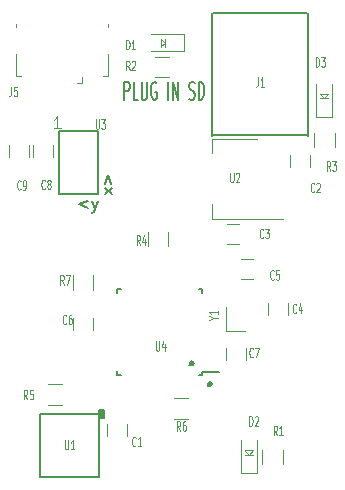
<source format=gbr>
G04 #@! TF.GenerationSoftware,KiCad,Pcbnew,5.0.0-fee4fd1~66~ubuntu16.04.1*
G04 #@! TF.CreationDate,2019-02-25T08:40:39-05:00*
G04 #@! TF.ProjectId,circuit,636972637569742E6B696361645F7063,rev?*
G04 #@! TF.SameCoordinates,Original*
G04 #@! TF.FileFunction,Legend,Top*
G04 #@! TF.FilePolarity,Positive*
%FSLAX46Y46*%
G04 Gerber Fmt 4.6, Leading zero omitted, Abs format (unit mm)*
G04 Created by KiCad (PCBNEW 5.0.0-fee4fd1~66~ubuntu16.04.1) date Mon Feb 25 08:40:39 2019*
%MOMM*%
%LPD*%
G01*
G04 APERTURE LIST*
%ADD10C,0.200000*%
%ADD11C,0.150000*%
%ADD12C,0.120000*%
%ADD13C,0.100000*%
%ADD14C,0.500000*%
%ADD15C,0.125000*%
G04 APERTURE END LIST*
D10*
X194630459Y-81059411D02*
X194630459Y-79559411D01*
X194935220Y-79559411D01*
X195011411Y-79630840D01*
X195049506Y-79702268D01*
X195087601Y-79845125D01*
X195087601Y-80059411D01*
X195049506Y-80202268D01*
X195011411Y-80273697D01*
X194935220Y-80345125D01*
X194630459Y-80345125D01*
X195811411Y-81059411D02*
X195430459Y-81059411D01*
X195430459Y-79559411D01*
X196078078Y-79559411D02*
X196078078Y-80773697D01*
X196116173Y-80916554D01*
X196154268Y-80987982D01*
X196230459Y-81059411D01*
X196382840Y-81059411D01*
X196459030Y-80987982D01*
X196497125Y-80916554D01*
X196535220Y-80773697D01*
X196535220Y-79559411D01*
X197335220Y-79630840D02*
X197259030Y-79559411D01*
X197144744Y-79559411D01*
X197030459Y-79630840D01*
X196954268Y-79773697D01*
X196916173Y-79916554D01*
X196878078Y-80202268D01*
X196878078Y-80416554D01*
X196916173Y-80702268D01*
X196954268Y-80845125D01*
X197030459Y-80987982D01*
X197144744Y-81059411D01*
X197220935Y-81059411D01*
X197335220Y-80987982D01*
X197373316Y-80916554D01*
X197373316Y-80416554D01*
X197220935Y-80416554D01*
X198325697Y-81059411D02*
X198325697Y-79559411D01*
X198706649Y-81059411D02*
X198706649Y-79559411D01*
X199163792Y-81059411D01*
X199163792Y-79559411D01*
X200116173Y-80987982D02*
X200230459Y-81059411D01*
X200420935Y-81059411D01*
X200497125Y-80987982D01*
X200535220Y-80916554D01*
X200573316Y-80773697D01*
X200573316Y-80630840D01*
X200535220Y-80487982D01*
X200497125Y-80416554D01*
X200420935Y-80345125D01*
X200268554Y-80273697D01*
X200192363Y-80202268D01*
X200154268Y-80130840D01*
X200116173Y-79987982D01*
X200116173Y-79845125D01*
X200154268Y-79702268D01*
X200192363Y-79630840D01*
X200268554Y-79559411D01*
X200459030Y-79559411D01*
X200573316Y-79630840D01*
X200916173Y-81059411D02*
X200916173Y-79559411D01*
X201106649Y-79559411D01*
X201220935Y-79630840D01*
X201297125Y-79773697D01*
X201335220Y-79916554D01*
X201373316Y-80202268D01*
X201373316Y-80416554D01*
X201335220Y-80702268D01*
X201297125Y-80845125D01*
X201220935Y-80987982D01*
X201106649Y-81059411D01*
X200916173Y-81059411D01*
D11*
G04 #@! TO.C,U3*
X192392300Y-89095580D02*
X189090300Y-89095580D01*
X192392300Y-83761580D02*
X192392300Y-89095580D01*
X189090300Y-83761580D02*
X192392300Y-83761580D01*
X189090300Y-89095580D02*
X189090300Y-83761580D01*
D12*
G04 #@! TO.C,C1*
X194837420Y-109522640D02*
X194837420Y-108522640D01*
X193137420Y-108522640D02*
X193137420Y-109522640D01*
G04 #@! TO.C,C4*
X208477220Y-99318700D02*
X208477220Y-98318700D01*
X206777220Y-98318700D02*
X206777220Y-99318700D01*
G04 #@! TO.C,C5*
X205505940Y-94560020D02*
X204505940Y-94560020D01*
X204505940Y-96260020D02*
X205505940Y-96260020D01*
G04 #@! TO.C,C6*
X190267220Y-99568380D02*
X190267220Y-100568380D01*
X191967220Y-100568380D02*
X191967220Y-99568380D01*
G04 #@! TO.C,C7*
X203249160Y-102072060D02*
X203249160Y-103072060D01*
X204949160Y-103072060D02*
X204949160Y-102072060D01*
G04 #@! TO.C,D1*
X199648400Y-76948260D02*
X196848400Y-76948260D01*
X199648400Y-75548260D02*
X196848400Y-75548260D01*
X199648400Y-76948260D02*
X199648400Y-75548260D01*
D13*
X198048400Y-76248260D02*
X197748400Y-76548260D01*
X197748400Y-76548260D02*
X197698400Y-76598260D01*
X197698400Y-76598260D02*
X197698400Y-75948260D01*
X197698400Y-75898260D02*
X197698400Y-75948260D01*
X197698400Y-75948260D02*
X197698400Y-75898260D01*
X197698400Y-75898260D02*
X198048400Y-76248260D01*
X198048400Y-76248260D02*
X198048400Y-76598260D01*
X198048400Y-75898260D02*
X198048400Y-76248260D01*
G04 #@! TO.C,D2*
X205523580Y-111116720D02*
X205173580Y-111116720D01*
X205173580Y-111116720D02*
X204823580Y-111116720D01*
X205523580Y-110766720D02*
X205173580Y-111116720D01*
X205473580Y-110766720D02*
X205523580Y-110766720D01*
X205523580Y-110766720D02*
X205473580Y-110766720D01*
X204823580Y-110766720D02*
X205473580Y-110766720D01*
X204873580Y-110816720D02*
X204823580Y-110766720D01*
X205173580Y-111116720D02*
X204873580Y-110816720D01*
D12*
X204473580Y-112716720D02*
X205873580Y-112716720D01*
X205873580Y-112716720D02*
X205873580Y-109916720D01*
X204473580Y-112716720D02*
X204473580Y-109916720D01*
D13*
G04 #@! TO.C,D3*
X211878660Y-80951500D02*
X211528660Y-80951500D01*
X211528660Y-80951500D02*
X211178660Y-80951500D01*
X211878660Y-80601500D02*
X211528660Y-80951500D01*
X211828660Y-80601500D02*
X211878660Y-80601500D01*
X211878660Y-80601500D02*
X211828660Y-80601500D01*
X211178660Y-80601500D02*
X211828660Y-80601500D01*
X211228660Y-80651500D02*
X211178660Y-80601500D01*
X211528660Y-80951500D02*
X211228660Y-80651500D01*
D12*
X210828660Y-82551500D02*
X212228660Y-82551500D01*
X212228660Y-82551500D02*
X212228660Y-79751500D01*
X210828660Y-82551500D02*
X210828660Y-79751500D01*
D11*
G04 #@! TO.C,J1*
X210066680Y-73744260D02*
X202166680Y-73744260D01*
X210066680Y-84094260D02*
X202166680Y-84094260D01*
X210164680Y-73708260D02*
X210164680Y-84122260D01*
X202036680Y-84122260D02*
X202036680Y-73708260D01*
D12*
G04 #@! TO.C,R1*
X206300180Y-111918040D02*
X206300180Y-110718040D01*
X208060180Y-110718040D02*
X208060180Y-111918040D01*
G04 #@! TO.C,R2*
X197200000Y-77435820D02*
X198400000Y-77435820D01*
X198400000Y-79195820D02*
X197200000Y-79195820D01*
G04 #@! TO.C,R3*
X210696920Y-85100720D02*
X210696920Y-83900720D01*
X212456920Y-83900720D02*
X212456920Y-85100720D01*
G04 #@! TO.C,R4*
X198344680Y-92297960D02*
X198344680Y-93497960D01*
X196584680Y-93497960D02*
X196584680Y-92297960D01*
G04 #@! TO.C,R5*
X188175380Y-105131980D02*
X189375380Y-105131980D01*
X189375380Y-106891980D02*
X188175380Y-106891980D01*
G04 #@! TO.C,R6*
X198817940Y-106308000D02*
X200017940Y-106308000D01*
X200017940Y-108068000D02*
X198817940Y-108068000D01*
G04 #@! TO.C,R7*
X190234680Y-97145400D02*
X190234680Y-95945400D01*
X191994680Y-95945400D02*
X191994680Y-97145400D01*
D11*
G04 #@! TO.C,U1*
X187443820Y-113057920D02*
X187443820Y-107657920D01*
X187443820Y-107665520D02*
X192443820Y-107665520D01*
X187443820Y-113057920D02*
X192443820Y-113057920D01*
X192438020Y-113057920D02*
X192438020Y-107657920D01*
G36*
X192438020Y-108021120D02*
X192920620Y-108021120D01*
X192920620Y-107309920D01*
X192438020Y-107309920D01*
X192438020Y-108021120D01*
G37*
X192438020Y-108021120D02*
X192920620Y-108021120D01*
X192920620Y-107309920D01*
X192438020Y-107309920D01*
X192438020Y-108021120D01*
D14*
G04 #@! TO.C,U4*
X200324720Y-103398320D02*
G75*
G03X200324720Y-103398320I-50800J0D01*
G01*
X201874120Y-105150920D02*
G75*
G03X201874120Y-105150920I-50800J0D01*
G01*
D11*
X201231920Y-104381720D02*
X201231920Y-104156720D01*
X193981920Y-104381720D02*
X193981920Y-104056720D01*
X193981920Y-97131720D02*
X193981920Y-97456720D01*
X201231920Y-97131720D02*
X201231920Y-97456720D01*
X201231920Y-104381720D02*
X200906920Y-104381720D01*
X201231920Y-97131720D02*
X200906920Y-97131720D01*
X193981920Y-97131720D02*
X194306920Y-97131720D01*
X193981920Y-104381720D02*
X194306920Y-104381720D01*
X201231920Y-104156720D02*
X202656920Y-104156720D01*
D13*
G04 #@! TO.C,Y1*
X203263700Y-100628200D02*
X203263700Y-98628200D01*
X203263700Y-100628200D02*
X204863700Y-100628200D01*
D12*
G04 #@! TO.C,J5*
X191049380Y-79633680D02*
X191049380Y-79183680D01*
X191049380Y-79633680D02*
X190599380Y-79633680D01*
X185449380Y-79083680D02*
X185899380Y-79083680D01*
X185449380Y-77233680D02*
X185449380Y-79083680D01*
X193249380Y-74683680D02*
X193249380Y-74933680D01*
X185449380Y-74683680D02*
X185449380Y-74933680D01*
X193249380Y-77233680D02*
X193249380Y-79083680D01*
X193249380Y-79083680D02*
X192799380Y-79083680D01*
G04 #@! TO.C,C2*
X210344120Y-86748240D02*
X210344120Y-85748240D01*
X208644120Y-85748240D02*
X208644120Y-86748240D01*
G04 #@! TO.C,C3*
X203319760Y-93308540D02*
X204319760Y-93308540D01*
X204319760Y-91608540D02*
X203319760Y-91608540D01*
G04 #@! TO.C,U2*
X208082320Y-91184780D02*
X202072320Y-91184780D01*
X205832320Y-84364780D02*
X202072320Y-84364780D01*
X202072320Y-91184780D02*
X202072320Y-89924780D01*
X202072320Y-84364780D02*
X202072320Y-85624780D01*
G04 #@! TO.C,C8*
X188606800Y-85937980D02*
X188606800Y-84937980D01*
X186906800Y-84937980D02*
X186906800Y-85937980D01*
G04 #@! TO.C,C9*
X184872260Y-84940520D02*
X184872260Y-85940520D01*
X186572260Y-85940520D02*
X186572260Y-84940520D01*
G04 #@! TO.C,U3*
D15*
X192201847Y-82751984D02*
X192201847Y-83399603D01*
X192225657Y-83475794D01*
X192249466Y-83513889D01*
X192297085Y-83551984D01*
X192392323Y-83551984D01*
X192439942Y-83513889D01*
X192463752Y-83475794D01*
X192487561Y-83399603D01*
X192487561Y-82751984D01*
X192678038Y-82751984D02*
X192987561Y-82751984D01*
X192820895Y-83056746D01*
X192892323Y-83056746D01*
X192939942Y-83094841D01*
X192963752Y-83132937D01*
X192987561Y-83209127D01*
X192987561Y-83399603D01*
X192963752Y-83475794D01*
X192939942Y-83513889D01*
X192892323Y-83551984D01*
X192749466Y-83551984D01*
X192701847Y-83513889D01*
X192678038Y-83475794D01*
X189236314Y-83490060D02*
X188664885Y-83490060D01*
X188950600Y-83490060D02*
X188950600Y-82490060D01*
X188855361Y-82632918D01*
X188760123Y-82728156D01*
X188664885Y-82775775D01*
D11*
X193606680Y-89087532D02*
X192940014Y-88563722D01*
X192940014Y-89087532D02*
X193606680Y-88563722D01*
X192940014Y-88182770D02*
X193225728Y-87420865D01*
X193511442Y-88182770D01*
X191503300Y-89643294D02*
X190741395Y-89929008D01*
X191503300Y-90214722D01*
X191884252Y-89643294D02*
X192122347Y-90309960D01*
X192360442Y-89643294D02*
X192122347Y-90309960D01*
X192027109Y-90548056D01*
X191979490Y-90595675D01*
X191884252Y-90643294D01*
G04 #@! TO.C,C1*
D15*
X195575406Y-110334514D02*
X195551597Y-110372609D01*
X195480168Y-110410704D01*
X195432549Y-110410704D01*
X195361120Y-110372609D01*
X195313501Y-110296419D01*
X195289692Y-110220228D01*
X195265882Y-110067847D01*
X195265882Y-109953561D01*
X195289692Y-109801180D01*
X195313501Y-109724990D01*
X195361120Y-109648800D01*
X195432549Y-109610704D01*
X195480168Y-109610704D01*
X195551597Y-109648800D01*
X195575406Y-109686895D01*
X196051597Y-110410704D02*
X195765882Y-110410704D01*
X195908740Y-110410704D02*
X195908740Y-109610704D01*
X195861120Y-109724990D01*
X195813501Y-109801180D01*
X195765882Y-109839276D01*
G04 #@! TO.C,C4*
X209179646Y-99091714D02*
X209155837Y-99129809D01*
X209084408Y-99167904D01*
X209036789Y-99167904D01*
X208965360Y-99129809D01*
X208917741Y-99053619D01*
X208893932Y-98977428D01*
X208870122Y-98825047D01*
X208870122Y-98710761D01*
X208893932Y-98558380D01*
X208917741Y-98482190D01*
X208965360Y-98406000D01*
X209036789Y-98367904D01*
X209084408Y-98367904D01*
X209155837Y-98406000D01*
X209179646Y-98444095D01*
X209608218Y-98634571D02*
X209608218Y-99167904D01*
X209489170Y-98329809D02*
X209370122Y-98901238D01*
X209679646Y-98901238D01*
G04 #@! TO.C,C5*
X207277186Y-96226594D02*
X207253377Y-96264689D01*
X207181948Y-96302784D01*
X207134329Y-96302784D01*
X207062900Y-96264689D01*
X207015281Y-96188499D01*
X206991472Y-96112308D01*
X206967662Y-95959927D01*
X206967662Y-95845641D01*
X206991472Y-95693260D01*
X207015281Y-95617070D01*
X207062900Y-95540880D01*
X207134329Y-95502784D01*
X207181948Y-95502784D01*
X207253377Y-95540880D01*
X207277186Y-95578975D01*
X207729567Y-95502784D02*
X207491472Y-95502784D01*
X207467662Y-95883737D01*
X207491472Y-95845641D01*
X207539091Y-95807546D01*
X207658139Y-95807546D01*
X207705758Y-95845641D01*
X207729567Y-95883737D01*
X207753377Y-95959927D01*
X207753377Y-96150403D01*
X207729567Y-96226594D01*
X207705758Y-96264689D01*
X207658139Y-96302784D01*
X207539091Y-96302784D01*
X207491472Y-96264689D01*
X207467662Y-96226594D01*
G04 #@! TO.C,C6*
X189700386Y-100006114D02*
X189676577Y-100044209D01*
X189605148Y-100082304D01*
X189557529Y-100082304D01*
X189486100Y-100044209D01*
X189438481Y-99968019D01*
X189414672Y-99891828D01*
X189390862Y-99739447D01*
X189390862Y-99625161D01*
X189414672Y-99472780D01*
X189438481Y-99396590D01*
X189486100Y-99320400D01*
X189557529Y-99282304D01*
X189605148Y-99282304D01*
X189676577Y-99320400D01*
X189700386Y-99358495D01*
X190128958Y-99282304D02*
X190033720Y-99282304D01*
X189986100Y-99320400D01*
X189962291Y-99358495D01*
X189914672Y-99472780D01*
X189890862Y-99625161D01*
X189890862Y-99929923D01*
X189914672Y-100006114D01*
X189938481Y-100044209D01*
X189986100Y-100082304D01*
X190081339Y-100082304D01*
X190128958Y-100044209D01*
X190152767Y-100006114D01*
X190176577Y-99929923D01*
X190176577Y-99739447D01*
X190152767Y-99663257D01*
X190128958Y-99625161D01*
X190081339Y-99587066D01*
X189986100Y-99587066D01*
X189938481Y-99625161D01*
X189914672Y-99663257D01*
X189890862Y-99739447D01*
G04 #@! TO.C,C7*
X205509346Y-102819674D02*
X205485537Y-102857769D01*
X205414108Y-102895864D01*
X205366489Y-102895864D01*
X205295060Y-102857769D01*
X205247441Y-102781579D01*
X205223632Y-102705388D01*
X205199822Y-102553007D01*
X205199822Y-102438721D01*
X205223632Y-102286340D01*
X205247441Y-102210150D01*
X205295060Y-102133960D01*
X205366489Y-102095864D01*
X205414108Y-102095864D01*
X205485537Y-102133960D01*
X205509346Y-102172055D01*
X205676013Y-102095864D02*
X206009346Y-102095864D01*
X205795060Y-102895864D01*
G04 #@! TO.C,D1*
X194771532Y-76808284D02*
X194771532Y-76008284D01*
X194890580Y-76008284D01*
X194962008Y-76046380D01*
X195009627Y-76122570D01*
X195033437Y-76198760D01*
X195057246Y-76351141D01*
X195057246Y-76465427D01*
X195033437Y-76617808D01*
X195009627Y-76693999D01*
X194962008Y-76770189D01*
X194890580Y-76808284D01*
X194771532Y-76808284D01*
X195533437Y-76808284D02*
X195247722Y-76808284D01*
X195390580Y-76808284D02*
X195390580Y-76008284D01*
X195342960Y-76122570D01*
X195295341Y-76198760D01*
X195247722Y-76236856D01*
G04 #@! TO.C,D2*
X205195692Y-108677664D02*
X205195692Y-107877664D01*
X205314740Y-107877664D01*
X205386168Y-107915760D01*
X205433787Y-107991950D01*
X205457597Y-108068140D01*
X205481406Y-108220521D01*
X205481406Y-108334807D01*
X205457597Y-108487188D01*
X205433787Y-108563379D01*
X205386168Y-108639569D01*
X205314740Y-108677664D01*
X205195692Y-108677664D01*
X205671882Y-107953855D02*
X205695692Y-107915760D01*
X205743311Y-107877664D01*
X205862359Y-107877664D01*
X205909978Y-107915760D01*
X205933787Y-107953855D01*
X205957597Y-108030045D01*
X205957597Y-108106236D01*
X205933787Y-108220521D01*
X205648073Y-108677664D01*
X205957597Y-108677664D01*
G04 #@! TO.C,D3*
X210849732Y-78278944D02*
X210849732Y-77478944D01*
X210968780Y-77478944D01*
X211040208Y-77517040D01*
X211087827Y-77593230D01*
X211111637Y-77669420D01*
X211135446Y-77821801D01*
X211135446Y-77936087D01*
X211111637Y-78088468D01*
X211087827Y-78164659D01*
X211040208Y-78240849D01*
X210968780Y-78278944D01*
X210849732Y-78278944D01*
X211302113Y-77478944D02*
X211611637Y-77478944D01*
X211444970Y-77783706D01*
X211516399Y-77783706D01*
X211564018Y-77821801D01*
X211587827Y-77859897D01*
X211611637Y-77936087D01*
X211611637Y-78126563D01*
X211587827Y-78202754D01*
X211564018Y-78240849D01*
X211516399Y-78278944D01*
X211373541Y-78278944D01*
X211325922Y-78240849D01*
X211302113Y-78202754D01*
G04 #@! TO.C,J1*
X205934013Y-79162964D02*
X205934013Y-79734393D01*
X205910203Y-79848679D01*
X205862584Y-79924869D01*
X205791156Y-79962964D01*
X205743537Y-79962964D01*
X206434013Y-79962964D02*
X206148299Y-79962964D01*
X206291156Y-79962964D02*
X206291156Y-79162964D01*
X206243537Y-79277250D01*
X206195918Y-79353440D01*
X206148299Y-79391536D01*
G04 #@! TO.C,R1*
X207554046Y-109475224D02*
X207387380Y-109094272D01*
X207268332Y-109475224D02*
X207268332Y-108675224D01*
X207458808Y-108675224D01*
X207506427Y-108713320D01*
X207530237Y-108751415D01*
X207554046Y-108827605D01*
X207554046Y-108941891D01*
X207530237Y-109018081D01*
X207506427Y-109056177D01*
X207458808Y-109094272D01*
X207268332Y-109094272D01*
X208030237Y-109475224D02*
X207744522Y-109475224D01*
X207887380Y-109475224D02*
X207887380Y-108675224D01*
X207839760Y-108789510D01*
X207792141Y-108865700D01*
X207744522Y-108903796D01*
G04 #@! TO.C,R2*
X195057246Y-78578664D02*
X194890580Y-78197712D01*
X194771532Y-78578664D02*
X194771532Y-77778664D01*
X194962008Y-77778664D01*
X195009627Y-77816760D01*
X195033437Y-77854855D01*
X195057246Y-77931045D01*
X195057246Y-78045331D01*
X195033437Y-78121521D01*
X195009627Y-78159617D01*
X194962008Y-78197712D01*
X194771532Y-78197712D01*
X195247722Y-77854855D02*
X195271532Y-77816760D01*
X195319151Y-77778664D01*
X195438199Y-77778664D01*
X195485818Y-77816760D01*
X195509627Y-77854855D01*
X195533437Y-77931045D01*
X195533437Y-78007236D01*
X195509627Y-78121521D01*
X195223913Y-78578664D01*
X195533437Y-78578664D01*
G04 #@! TO.C,R3*
X212072706Y-87102904D02*
X211906040Y-86721952D01*
X211786992Y-87102904D02*
X211786992Y-86302904D01*
X211977468Y-86302904D01*
X212025087Y-86341000D01*
X212048897Y-86379095D01*
X212072706Y-86455285D01*
X212072706Y-86569571D01*
X212048897Y-86645761D01*
X212025087Y-86683857D01*
X211977468Y-86721952D01*
X211786992Y-86721952D01*
X212239373Y-86302904D02*
X212548897Y-86302904D01*
X212382230Y-86607666D01*
X212453659Y-86607666D01*
X212501278Y-86645761D01*
X212525087Y-86683857D01*
X212548897Y-86760047D01*
X212548897Y-86950523D01*
X212525087Y-87026714D01*
X212501278Y-87064809D01*
X212453659Y-87102904D01*
X212310801Y-87102904D01*
X212263182Y-87064809D01*
X212239373Y-87026714D01*
G04 #@! TO.C,R4*
X195943706Y-93371624D02*
X195777040Y-92990672D01*
X195657992Y-93371624D02*
X195657992Y-92571624D01*
X195848468Y-92571624D01*
X195896087Y-92609720D01*
X195919897Y-92647815D01*
X195943706Y-92724005D01*
X195943706Y-92838291D01*
X195919897Y-92914481D01*
X195896087Y-92952577D01*
X195848468Y-92990672D01*
X195657992Y-92990672D01*
X196372278Y-92838291D02*
X196372278Y-93371624D01*
X196253230Y-92533529D02*
X196134182Y-93104958D01*
X196443706Y-93104958D01*
G04 #@! TO.C,R5*
X186408586Y-106452624D02*
X186241920Y-106071672D01*
X186122872Y-106452624D02*
X186122872Y-105652624D01*
X186313348Y-105652624D01*
X186360967Y-105690720D01*
X186384777Y-105728815D01*
X186408586Y-105805005D01*
X186408586Y-105919291D01*
X186384777Y-105995481D01*
X186360967Y-106033577D01*
X186313348Y-106071672D01*
X186122872Y-106071672D01*
X186860967Y-105652624D02*
X186622872Y-105652624D01*
X186599062Y-106033577D01*
X186622872Y-105995481D01*
X186670491Y-105957386D01*
X186789539Y-105957386D01*
X186837158Y-105995481D01*
X186860967Y-106033577D01*
X186884777Y-106109767D01*
X186884777Y-106300243D01*
X186860967Y-106376434D01*
X186837158Y-106414529D01*
X186789539Y-106452624D01*
X186670491Y-106452624D01*
X186622872Y-106414529D01*
X186599062Y-106376434D01*
G04 #@! TO.C,R6*
X199365086Y-109109464D02*
X199198420Y-108728512D01*
X199079372Y-109109464D02*
X199079372Y-108309464D01*
X199269848Y-108309464D01*
X199317467Y-108347560D01*
X199341277Y-108385655D01*
X199365086Y-108461845D01*
X199365086Y-108576131D01*
X199341277Y-108652321D01*
X199317467Y-108690417D01*
X199269848Y-108728512D01*
X199079372Y-108728512D01*
X199793658Y-108309464D02*
X199698420Y-108309464D01*
X199650800Y-108347560D01*
X199626991Y-108385655D01*
X199579372Y-108499940D01*
X199555562Y-108652321D01*
X199555562Y-108957083D01*
X199579372Y-109033274D01*
X199603181Y-109071369D01*
X199650800Y-109109464D01*
X199746039Y-109109464D01*
X199793658Y-109071369D01*
X199817467Y-109033274D01*
X199841277Y-108957083D01*
X199841277Y-108766607D01*
X199817467Y-108690417D01*
X199793658Y-108652321D01*
X199746039Y-108614226D01*
X199650800Y-108614226D01*
X199603181Y-108652321D01*
X199579372Y-108690417D01*
X199555562Y-108766607D01*
G04 #@! TO.C,R7*
X189492106Y-96754904D02*
X189325440Y-96373952D01*
X189206392Y-96754904D02*
X189206392Y-95954904D01*
X189396868Y-95954904D01*
X189444487Y-95993000D01*
X189468297Y-96031095D01*
X189492106Y-96107285D01*
X189492106Y-96221571D01*
X189468297Y-96297761D01*
X189444487Y-96335857D01*
X189396868Y-96373952D01*
X189206392Y-96373952D01*
X189658773Y-95954904D02*
X189992106Y-95954904D01*
X189777820Y-96754904D01*
G04 #@! TO.C,U1*
X189588187Y-109879184D02*
X189588187Y-110526803D01*
X189611997Y-110602994D01*
X189635806Y-110641089D01*
X189683425Y-110679184D01*
X189778663Y-110679184D01*
X189826282Y-110641089D01*
X189850092Y-110602994D01*
X189873901Y-110526803D01*
X189873901Y-109879184D01*
X190373901Y-110679184D02*
X190088187Y-110679184D01*
X190231044Y-110679184D02*
X190231044Y-109879184D01*
X190183425Y-109993470D01*
X190135806Y-110069660D01*
X190088187Y-110107756D01*
G04 #@! TO.C,U4*
X197302167Y-101522584D02*
X197302167Y-102170203D01*
X197325977Y-102246394D01*
X197349786Y-102284489D01*
X197397405Y-102322584D01*
X197492643Y-102322584D01*
X197540262Y-102284489D01*
X197564072Y-102246394D01*
X197587881Y-102170203D01*
X197587881Y-101522584D01*
X198040262Y-101789251D02*
X198040262Y-102322584D01*
X197921215Y-101484489D02*
X197802167Y-102055918D01*
X198111691Y-102055918D01*
G04 #@! TO.C,Y1*
X202182732Y-99541935D02*
X202563684Y-99541935D01*
X201763684Y-99708601D02*
X202182732Y-99541935D01*
X201763684Y-99375268D01*
X202563684Y-98946697D02*
X202563684Y-99232411D01*
X202563684Y-99089554D02*
X201763684Y-99089554D01*
X201877970Y-99137173D01*
X201954160Y-99184792D01*
X201992256Y-99232411D01*
G04 #@! TO.C,J5*
X185039973Y-79963064D02*
X185039973Y-80534493D01*
X185016163Y-80648779D01*
X184968544Y-80724969D01*
X184897116Y-80763064D01*
X184849497Y-80763064D01*
X185516163Y-79963064D02*
X185278068Y-79963064D01*
X185254259Y-80344017D01*
X185278068Y-80305921D01*
X185325687Y-80267826D01*
X185444735Y-80267826D01*
X185492354Y-80305921D01*
X185516163Y-80344017D01*
X185539973Y-80420207D01*
X185539973Y-80610683D01*
X185516163Y-80686874D01*
X185492354Y-80724969D01*
X185444735Y-80763064D01*
X185325687Y-80763064D01*
X185278068Y-80724969D01*
X185254259Y-80686874D01*
G04 #@! TO.C,C2*
X210696026Y-88819954D02*
X210672217Y-88858049D01*
X210600788Y-88896144D01*
X210553169Y-88896144D01*
X210481740Y-88858049D01*
X210434121Y-88781859D01*
X210410312Y-88705668D01*
X210386502Y-88553287D01*
X210386502Y-88439001D01*
X210410312Y-88286620D01*
X210434121Y-88210430D01*
X210481740Y-88134240D01*
X210553169Y-88096144D01*
X210600788Y-88096144D01*
X210672217Y-88134240D01*
X210696026Y-88172335D01*
X210886502Y-88172335D02*
X210910312Y-88134240D01*
X210957931Y-88096144D01*
X211076979Y-88096144D01*
X211124598Y-88134240D01*
X211148407Y-88172335D01*
X211172217Y-88248525D01*
X211172217Y-88324716D01*
X211148407Y-88439001D01*
X210862693Y-88896144D01*
X211172217Y-88896144D01*
G04 #@! TO.C,C3*
X206380566Y-92741714D02*
X206356757Y-92779809D01*
X206285328Y-92817904D01*
X206237709Y-92817904D01*
X206166280Y-92779809D01*
X206118661Y-92703619D01*
X206094852Y-92627428D01*
X206071042Y-92475047D01*
X206071042Y-92360761D01*
X206094852Y-92208380D01*
X206118661Y-92132190D01*
X206166280Y-92056000D01*
X206237709Y-92017904D01*
X206285328Y-92017904D01*
X206356757Y-92056000D01*
X206380566Y-92094095D01*
X206547233Y-92017904D02*
X206856757Y-92017904D01*
X206690090Y-92322666D01*
X206761519Y-92322666D01*
X206809138Y-92360761D01*
X206832947Y-92398857D01*
X206856757Y-92475047D01*
X206856757Y-92665523D01*
X206832947Y-92741714D01*
X206809138Y-92779809D01*
X206761519Y-92817904D01*
X206618661Y-92817904D01*
X206571042Y-92779809D01*
X206547233Y-92741714D01*
G04 #@! TO.C,U2*
X203575967Y-87252864D02*
X203575967Y-87900483D01*
X203599777Y-87976674D01*
X203623586Y-88014769D01*
X203671205Y-88052864D01*
X203766443Y-88052864D01*
X203814062Y-88014769D01*
X203837872Y-87976674D01*
X203861681Y-87900483D01*
X203861681Y-87252864D01*
X204075967Y-87329055D02*
X204099777Y-87290960D01*
X204147396Y-87252864D01*
X204266443Y-87252864D01*
X204314062Y-87290960D01*
X204337872Y-87329055D01*
X204361681Y-87405245D01*
X204361681Y-87481436D01*
X204337872Y-87595721D01*
X204052158Y-88052864D01*
X204361681Y-88052864D01*
G04 #@! TO.C,C8*
X187902066Y-88571034D02*
X187878257Y-88609129D01*
X187806828Y-88647224D01*
X187759209Y-88647224D01*
X187687780Y-88609129D01*
X187640161Y-88532939D01*
X187616352Y-88456748D01*
X187592542Y-88304367D01*
X187592542Y-88190081D01*
X187616352Y-88037700D01*
X187640161Y-87961510D01*
X187687780Y-87885320D01*
X187759209Y-87847224D01*
X187806828Y-87847224D01*
X187878257Y-87885320D01*
X187902066Y-87923415D01*
X188187780Y-88190081D02*
X188140161Y-88151986D01*
X188116352Y-88113891D01*
X188092542Y-88037700D01*
X188092542Y-87999605D01*
X188116352Y-87923415D01*
X188140161Y-87885320D01*
X188187780Y-87847224D01*
X188283019Y-87847224D01*
X188330638Y-87885320D01*
X188354447Y-87923415D01*
X188378257Y-87999605D01*
X188378257Y-88037700D01*
X188354447Y-88113891D01*
X188330638Y-88151986D01*
X188283019Y-88190081D01*
X188187780Y-88190081D01*
X188140161Y-88228177D01*
X188116352Y-88266272D01*
X188092542Y-88342462D01*
X188092542Y-88494843D01*
X188116352Y-88571034D01*
X188140161Y-88609129D01*
X188187780Y-88647224D01*
X188283019Y-88647224D01*
X188330638Y-88609129D01*
X188354447Y-88571034D01*
X188378257Y-88494843D01*
X188378257Y-88342462D01*
X188354447Y-88266272D01*
X188330638Y-88228177D01*
X188283019Y-88190081D01*
G04 #@! TO.C,C9*
X185834506Y-88621834D02*
X185810697Y-88659929D01*
X185739268Y-88698024D01*
X185691649Y-88698024D01*
X185620220Y-88659929D01*
X185572601Y-88583739D01*
X185548792Y-88507548D01*
X185524982Y-88355167D01*
X185524982Y-88240881D01*
X185548792Y-88088500D01*
X185572601Y-88012310D01*
X185620220Y-87936120D01*
X185691649Y-87898024D01*
X185739268Y-87898024D01*
X185810697Y-87936120D01*
X185834506Y-87974215D01*
X186072601Y-88698024D02*
X186167840Y-88698024D01*
X186215459Y-88659929D01*
X186239268Y-88621834D01*
X186286887Y-88507548D01*
X186310697Y-88355167D01*
X186310697Y-88050405D01*
X186286887Y-87974215D01*
X186263078Y-87936120D01*
X186215459Y-87898024D01*
X186120220Y-87898024D01*
X186072601Y-87936120D01*
X186048792Y-87974215D01*
X186024982Y-88050405D01*
X186024982Y-88240881D01*
X186048792Y-88317072D01*
X186072601Y-88355167D01*
X186120220Y-88393262D01*
X186215459Y-88393262D01*
X186263078Y-88355167D01*
X186286887Y-88317072D01*
X186310697Y-88240881D01*
G04 #@! TD*
M02*

</source>
